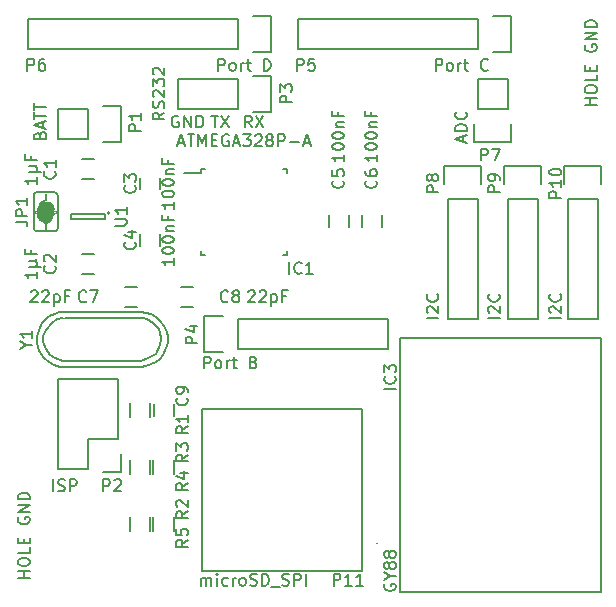
<source format=gbr>
G04 #@! TF.FileFunction,Legend,Top*
%FSLAX46Y46*%
G04 Gerber Fmt 4.6, Leading zero omitted, Abs format (unit mm)*
G04 Created by KiCad (PCBNEW 0.201508170901+6097~28~ubuntu14.04.1-product) date Sa 22 Aug 2015 10:06:58 CEST*
%MOMM*%
G01*
G04 APERTURE LIST*
%ADD10C,0.100000*%
%ADD11C,0.150000*%
%ADD12C,0.066040*%
%ADD13C,0.152400*%
%ADD14C,1.270000*%
%ADD15C,0.004445*%
%ADD16C,0.088900*%
G04 APERTURE END LIST*
D10*
D11*
X114038096Y-59500000D02*
X113942858Y-59452381D01*
X113800001Y-59452381D01*
X113657143Y-59500000D01*
X113561905Y-59595238D01*
X113514286Y-59690476D01*
X113466667Y-59880952D01*
X113466667Y-60023810D01*
X113514286Y-60214286D01*
X113561905Y-60309524D01*
X113657143Y-60404762D01*
X113800001Y-60452381D01*
X113895239Y-60452381D01*
X114038096Y-60404762D01*
X114085715Y-60357143D01*
X114085715Y-60023810D01*
X113895239Y-60023810D01*
X114514286Y-60452381D02*
X114514286Y-59452381D01*
X115085715Y-60452381D01*
X115085715Y-59452381D01*
X115561905Y-60452381D02*
X115561905Y-59452381D01*
X115800000Y-59452381D01*
X115942858Y-59500000D01*
X116038096Y-59595238D01*
X116085715Y-59690476D01*
X116133334Y-59880952D01*
X116133334Y-60023810D01*
X116085715Y-60214286D01*
X116038096Y-60309524D01*
X115942858Y-60404762D01*
X115800000Y-60452381D01*
X115561905Y-60452381D01*
X116838095Y-59452381D02*
X117409524Y-59452381D01*
X117123809Y-60452381D02*
X117123809Y-59452381D01*
X117647619Y-59452381D02*
X118314286Y-60452381D01*
X118314286Y-59452381D02*
X117647619Y-60452381D01*
X120233334Y-60452381D02*
X119900000Y-59976190D01*
X119661905Y-60452381D02*
X119661905Y-59452381D01*
X120042858Y-59452381D01*
X120138096Y-59500000D01*
X120185715Y-59547619D01*
X120233334Y-59642857D01*
X120233334Y-59785714D01*
X120185715Y-59880952D01*
X120138096Y-59928571D01*
X120042858Y-59976190D01*
X119661905Y-59976190D01*
X120566667Y-59452381D02*
X121233334Y-60452381D01*
X121233334Y-59452381D02*
X120566667Y-60452381D01*
X132790000Y-99760000D02*
X149790000Y-99760000D01*
X149790000Y-99760000D02*
X149790000Y-78260000D01*
X149790000Y-78260000D02*
X132790000Y-78260000D01*
X132790000Y-78260000D02*
X132790000Y-99760000D01*
X105900000Y-64850000D02*
X106900000Y-64850000D01*
X106900000Y-63150000D02*
X105900000Y-63150000D01*
X105900000Y-72850000D02*
X106900000Y-72850000D01*
X106900000Y-71150000D02*
X105900000Y-71150000D01*
X110750000Y-64700000D02*
X110750000Y-65700000D01*
X112450000Y-65700000D02*
X112450000Y-64700000D01*
X110750000Y-69500000D02*
X110750000Y-70500000D01*
X112450000Y-70500000D02*
X112450000Y-69500000D01*
X126750000Y-67900000D02*
X126750000Y-68900000D01*
X128450000Y-68900000D02*
X128450000Y-67900000D01*
X129550000Y-67900000D02*
X129550000Y-68900000D01*
X131250000Y-68900000D02*
X131250000Y-67900000D01*
X110500000Y-73950000D02*
X109500000Y-73950000D01*
X109500000Y-75650000D02*
X110500000Y-75650000D01*
X114300000Y-75650000D02*
X115300000Y-75650000D01*
X115300000Y-73950000D02*
X114300000Y-73950000D01*
X113650000Y-84900000D02*
X113650000Y-83900000D01*
X111950000Y-83900000D02*
X111950000Y-84900000D01*
X115975000Y-63975000D02*
X115975000Y-64300000D01*
X123225000Y-63975000D02*
X123225000Y-64300000D01*
X123225000Y-71225000D02*
X123225000Y-70900000D01*
X115975000Y-71225000D02*
X115975000Y-70900000D01*
X115975000Y-63975000D02*
X116300000Y-63975000D01*
X115975000Y-71225000D02*
X116300000Y-71225000D01*
X123225000Y-71225000D02*
X122900000Y-71225000D01*
X123225000Y-63975000D02*
X122900000Y-63975000D01*
X115975000Y-64300000D02*
X114550000Y-64300000D01*
D12*
X103714400Y-67676200D02*
X103714400Y-67523800D01*
X103714400Y-67523800D02*
X101885600Y-67523800D01*
X101885600Y-67676200D02*
X101885600Y-67523800D01*
X103714400Y-67676200D02*
X101885600Y-67676200D01*
D13*
X103816000Y-66203000D02*
X103816000Y-68997000D01*
X103562000Y-65949000D02*
X102038000Y-65949000D01*
X103562000Y-69251000D02*
X102038000Y-69251000D01*
X101784000Y-68997000D02*
X101784000Y-66203000D01*
X102800000Y-66584000D02*
X102800000Y-66076000D01*
X102800000Y-68616000D02*
X102800000Y-69124000D01*
X102038000Y-65949000D02*
G75*
G03X101784000Y-66203000I0J-254000D01*
G01*
X101784000Y-68997000D02*
G75*
G03X102038000Y-69251000I254000J0D01*
G01*
X103562000Y-69251000D02*
G75*
G03X103816000Y-68997000I0J254000D01*
G01*
X103816000Y-66203000D02*
G75*
G03X103562000Y-65949000I-254000J0D01*
G01*
D14*
X102673000Y-67854000D02*
G75*
G03X102927000Y-67854000I127000J0D01*
G01*
X102927000Y-67346000D02*
G75*
G03X102673000Y-67346000I-127000J0D01*
G01*
D11*
X106350000Y-61430000D02*
X103810000Y-61430000D01*
X109170000Y-61710000D02*
X107620000Y-61710000D01*
X106350000Y-61430000D02*
X106350000Y-58890000D01*
X107620000Y-58610000D02*
X109170000Y-58610000D01*
X109170000Y-58610000D02*
X109170000Y-61710000D01*
X106350000Y-58890000D02*
X103810000Y-58890000D01*
X103810000Y-58890000D02*
X103810000Y-61430000D01*
X108890000Y-86830000D02*
X108890000Y-81750000D01*
X109170000Y-89650000D02*
X107620000Y-89650000D01*
X106350000Y-89370000D02*
X106350000Y-86830000D01*
X106350000Y-86830000D02*
X108890000Y-86830000D01*
X108890000Y-81750000D02*
X103810000Y-81750000D01*
X103810000Y-81750000D02*
X103810000Y-86830000D01*
X109170000Y-89650000D02*
X109170000Y-88100000D01*
X103810000Y-89370000D02*
X106350000Y-89370000D01*
X103810000Y-86830000D02*
X103810000Y-89370000D01*
X119050000Y-56350000D02*
X113970000Y-56350000D01*
X113970000Y-56350000D02*
X113970000Y-58890000D01*
X113970000Y-58890000D02*
X119050000Y-58890000D01*
X121870000Y-59170000D02*
X120320000Y-59170000D01*
X119050000Y-58890000D02*
X119050000Y-56350000D01*
X120320000Y-56070000D02*
X121870000Y-56070000D01*
X121870000Y-56070000D02*
X121870000Y-59170000D01*
X139370000Y-53810000D02*
X124130000Y-53810000D01*
X124130000Y-53810000D02*
X124130000Y-51270000D01*
X124130000Y-51270000D02*
X139370000Y-51270000D01*
X142190000Y-54090000D02*
X140640000Y-54090000D01*
X139370000Y-53810000D02*
X139370000Y-51270000D01*
X140640000Y-50990000D02*
X142190000Y-50990000D01*
X142190000Y-50990000D02*
X142190000Y-54090000D01*
X119050000Y-53810000D02*
X101270000Y-53810000D01*
X101270000Y-53810000D02*
X101270000Y-51270000D01*
X101270000Y-51270000D02*
X119050000Y-51270000D01*
X121870000Y-54090000D02*
X120320000Y-54090000D01*
X119050000Y-53810000D02*
X119050000Y-51270000D01*
X120320000Y-50990000D02*
X121870000Y-50990000D01*
X121870000Y-50990000D02*
X121870000Y-54090000D01*
X139370000Y-58890000D02*
X139370000Y-56350000D01*
X139090000Y-61710000D02*
X139090000Y-60160000D01*
X139370000Y-58890000D02*
X141910000Y-58890000D01*
X142190000Y-60160000D02*
X142190000Y-61710000D01*
X142190000Y-61710000D02*
X139090000Y-61710000D01*
X141910000Y-58890000D02*
X141910000Y-56350000D01*
X141910000Y-56350000D02*
X139370000Y-56350000D01*
X136550000Y-65240000D02*
X136550000Y-63690000D01*
X136550000Y-63690000D02*
X139650000Y-63690000D01*
X139650000Y-63690000D02*
X139650000Y-65240000D01*
X139370000Y-66510000D02*
X139370000Y-76670000D01*
X139370000Y-76670000D02*
X136830000Y-76670000D01*
X136830000Y-76670000D02*
X136830000Y-66510000D01*
X139370000Y-66510000D02*
X136830000Y-66510000D01*
X141630000Y-65240000D02*
X141630000Y-63690000D01*
X141630000Y-63690000D02*
X144730000Y-63690000D01*
X144730000Y-63690000D02*
X144730000Y-65240000D01*
X144450000Y-66510000D02*
X144450000Y-76670000D01*
X144450000Y-76670000D02*
X141910000Y-76670000D01*
X141910000Y-76670000D02*
X141910000Y-66510000D01*
X144450000Y-66510000D02*
X141910000Y-66510000D01*
X146710000Y-65240000D02*
X146710000Y-63690000D01*
X146710000Y-63690000D02*
X149810000Y-63690000D01*
X149810000Y-63690000D02*
X149810000Y-65240000D01*
X149530000Y-66510000D02*
X149530000Y-76670000D01*
X149530000Y-76670000D02*
X146990000Y-76670000D01*
X146990000Y-76670000D02*
X146990000Y-66510000D01*
X149530000Y-66510000D02*
X146990000Y-66510000D01*
X116000000Y-98000000D02*
X129600000Y-98000000D01*
X116000000Y-98000000D02*
X116000000Y-84300000D01*
X116000000Y-84300000D02*
X129600000Y-84300000D01*
X129600000Y-84300000D02*
X129600000Y-98000000D01*
X111675000Y-83800000D02*
X111675000Y-85000000D01*
X109925000Y-85000000D02*
X109925000Y-83800000D01*
X111925000Y-94600000D02*
X111925000Y-93400000D01*
X113675000Y-93400000D02*
X113675000Y-94600000D01*
X111925000Y-89800000D02*
X111925000Y-88600000D01*
X113675000Y-88600000D02*
X113675000Y-89800000D01*
X109925000Y-89800000D02*
X109925000Y-88600000D01*
X111675000Y-88600000D02*
X111675000Y-89800000D01*
X109925000Y-94600000D02*
X109925000Y-93400000D01*
X111675000Y-93400000D02*
X111675000Y-94600000D01*
X108200000Y-67700000D02*
G75*
G03X108200000Y-67700000I-100000J0D01*
G01*
X107850000Y-68250000D02*
X107850000Y-67750000D01*
X104950000Y-68250000D02*
X107850000Y-68250000D01*
X104950000Y-67750000D02*
X104950000Y-68250000D01*
X107850000Y-67750000D02*
X104950000Y-67750000D01*
X112299000Y-77399240D02*
X112499660Y-77800560D01*
X112499660Y-77800560D02*
X112601260Y-78400000D01*
X112601260Y-78400000D02*
X112499660Y-78900380D01*
X112499660Y-78900380D02*
X112100880Y-79598880D01*
X112100880Y-79598880D02*
X111498900Y-80000200D01*
X111498900Y-80000200D02*
X110899460Y-80200860D01*
X110899460Y-80200860D02*
X104300540Y-80200860D01*
X104300540Y-80200860D02*
X103599500Y-80000200D01*
X103599500Y-80000200D02*
X103200720Y-79700480D01*
X103200720Y-79700480D02*
X102799400Y-79200100D01*
X102799400Y-79200100D02*
X102598740Y-78600660D01*
X102598740Y-78600660D02*
X102598740Y-78100280D01*
X102598740Y-78100280D02*
X102799400Y-77599900D01*
X102799400Y-77599900D02*
X103299780Y-77000460D01*
X103299780Y-77000460D02*
X103800160Y-76700740D01*
X103800160Y-76700740D02*
X104300540Y-76599140D01*
X104399600Y-76599140D02*
X111001060Y-76599140D01*
X111001060Y-76599140D02*
X111399840Y-76700740D01*
X111399840Y-76700740D02*
X111900220Y-77000460D01*
X111900220Y-77000460D02*
X112400600Y-77500840D01*
X104409760Y-76070820D02*
X103950020Y-76119080D01*
X103950020Y-76119080D02*
X103551240Y-76230840D01*
X103551240Y-76230840D02*
X103119440Y-76449280D01*
X103119440Y-76449280D02*
X102829880Y-76680420D01*
X102829880Y-76680420D02*
X102499680Y-77030940D01*
X102499680Y-77030940D02*
X102210120Y-77569420D01*
X102210120Y-77569420D02*
X102080580Y-78168860D01*
X102080580Y-78168860D02*
X102080580Y-78679400D01*
X102080580Y-78679400D02*
X102250760Y-79380440D01*
X102250760Y-79380440D02*
X102649540Y-79969720D01*
X102649540Y-79969720D02*
X103109280Y-80340560D01*
X103109280Y-80340560D02*
X103530920Y-80548840D01*
X103530920Y-80548840D02*
X103980500Y-80708860D01*
X103980500Y-80708860D02*
X104419920Y-80739340D01*
X111760520Y-80520900D02*
X112138980Y-80299920D01*
X112138980Y-80299920D02*
X112459020Y-80020520D01*
X112459020Y-80020520D02*
X112710480Y-79690320D01*
X112710480Y-79690320D02*
X113010200Y-79139140D01*
X113010200Y-79139140D02*
X113119420Y-78669240D01*
X113119420Y-78669240D02*
X113139740Y-78209500D01*
X113139740Y-78209500D02*
X113050840Y-77749760D01*
X113050840Y-77749760D02*
X112860340Y-77300180D01*
X112860340Y-77300180D02*
X112499660Y-76830280D01*
X112499660Y-76830280D02*
X112149140Y-76510240D01*
X112149140Y-76510240D02*
X111760520Y-76279100D01*
X111760520Y-76279100D02*
X111331260Y-76139400D01*
X111331260Y-76139400D02*
X110889300Y-76070820D01*
X104399600Y-80729180D02*
X110851200Y-80729180D01*
X110851200Y-80729180D02*
X111270300Y-80691080D01*
X111270300Y-80691080D02*
X111760520Y-80520900D01*
X104399600Y-76070820D02*
X110851200Y-76070820D01*
X119050000Y-76670000D02*
X131750000Y-76670000D01*
X131750000Y-76670000D02*
X131750000Y-79210000D01*
X131750000Y-79210000D02*
X119050000Y-79210000D01*
X116230000Y-76390000D02*
X117780000Y-76390000D01*
X119050000Y-76670000D02*
X119050000Y-79210000D01*
X117780000Y-79490000D02*
X116230000Y-79490000D01*
X116230000Y-79490000D02*
X116230000Y-76390000D01*
X132452381Y-82576190D02*
X131452381Y-82576190D01*
X132357143Y-81528571D02*
X132404762Y-81576190D01*
X132452381Y-81719047D01*
X132452381Y-81814285D01*
X132404762Y-81957143D01*
X132309524Y-82052381D01*
X132214286Y-82100000D01*
X132023810Y-82147619D01*
X131880952Y-82147619D01*
X131690476Y-82100000D01*
X131595238Y-82052381D01*
X131500000Y-81957143D01*
X131452381Y-81814285D01*
X131452381Y-81719047D01*
X131500000Y-81576190D01*
X131547619Y-81528571D01*
X131452381Y-81195238D02*
X131452381Y-80576190D01*
X131833333Y-80909524D01*
X131833333Y-80766666D01*
X131880952Y-80671428D01*
X131928571Y-80623809D01*
X132023810Y-80576190D01*
X132261905Y-80576190D01*
X132357143Y-80623809D01*
X132404762Y-80671428D01*
X132452381Y-80766666D01*
X132452381Y-81052381D01*
X132404762Y-81147619D01*
X132357143Y-81195238D01*
X131500000Y-99119047D02*
X131452381Y-99214285D01*
X131452381Y-99357142D01*
X131500000Y-99500000D01*
X131595238Y-99595238D01*
X131690476Y-99642857D01*
X131880952Y-99690476D01*
X132023810Y-99690476D01*
X132214286Y-99642857D01*
X132309524Y-99595238D01*
X132404762Y-99500000D01*
X132452381Y-99357142D01*
X132452381Y-99261904D01*
X132404762Y-99119047D01*
X132357143Y-99071428D01*
X132023810Y-99071428D01*
X132023810Y-99261904D01*
X131976190Y-98452381D02*
X132452381Y-98452381D01*
X131452381Y-98785714D02*
X131976190Y-98452381D01*
X131452381Y-98119047D01*
X131880952Y-97642857D02*
X131833333Y-97738095D01*
X131785714Y-97785714D01*
X131690476Y-97833333D01*
X131642857Y-97833333D01*
X131547619Y-97785714D01*
X131500000Y-97738095D01*
X131452381Y-97642857D01*
X131452381Y-97452380D01*
X131500000Y-97357142D01*
X131547619Y-97309523D01*
X131642857Y-97261904D01*
X131690476Y-97261904D01*
X131785714Y-97309523D01*
X131833333Y-97357142D01*
X131880952Y-97452380D01*
X131880952Y-97642857D01*
X131928571Y-97738095D01*
X131976190Y-97785714D01*
X132071429Y-97833333D01*
X132261905Y-97833333D01*
X132357143Y-97785714D01*
X132404762Y-97738095D01*
X132452381Y-97642857D01*
X132452381Y-97452380D01*
X132404762Y-97357142D01*
X132357143Y-97309523D01*
X132261905Y-97261904D01*
X132071429Y-97261904D01*
X131976190Y-97309523D01*
X131928571Y-97357142D01*
X131880952Y-97452380D01*
X131880952Y-96690476D02*
X131833333Y-96785714D01*
X131785714Y-96833333D01*
X131690476Y-96880952D01*
X131642857Y-96880952D01*
X131547619Y-96833333D01*
X131500000Y-96785714D01*
X131452381Y-96690476D01*
X131452381Y-96499999D01*
X131500000Y-96404761D01*
X131547619Y-96357142D01*
X131642857Y-96309523D01*
X131690476Y-96309523D01*
X131785714Y-96357142D01*
X131833333Y-96404761D01*
X131880952Y-96499999D01*
X131880952Y-96690476D01*
X131928571Y-96785714D01*
X131976190Y-96833333D01*
X132071429Y-96880952D01*
X132261905Y-96880952D01*
X132357143Y-96833333D01*
X132404762Y-96785714D01*
X132452381Y-96690476D01*
X132452381Y-96499999D01*
X132404762Y-96404761D01*
X132357143Y-96357142D01*
X132261905Y-96309523D01*
X132071429Y-96309523D01*
X131976190Y-96357142D01*
X131928571Y-96404761D01*
X131880952Y-96499999D01*
X103557143Y-64166666D02*
X103604762Y-64214285D01*
X103652381Y-64357142D01*
X103652381Y-64452380D01*
X103604762Y-64595238D01*
X103509524Y-64690476D01*
X103414286Y-64738095D01*
X103223810Y-64785714D01*
X103080952Y-64785714D01*
X102890476Y-64738095D01*
X102795238Y-64690476D01*
X102700000Y-64595238D01*
X102652381Y-64452380D01*
X102652381Y-64357142D01*
X102700000Y-64214285D01*
X102747619Y-64166666D01*
X103652381Y-63214285D02*
X103652381Y-63785714D01*
X103652381Y-63500000D02*
X102652381Y-63500000D01*
X102795238Y-63595238D01*
X102890476Y-63690476D01*
X102938095Y-63785714D01*
X102052381Y-64666666D02*
X102052381Y-65238095D01*
X102052381Y-64952381D02*
X101052381Y-64952381D01*
X101195238Y-65047619D01*
X101290476Y-65142857D01*
X101338095Y-65238095D01*
X101385714Y-64238095D02*
X102385714Y-64238095D01*
X101909524Y-63761904D02*
X102004762Y-63714285D01*
X102052381Y-63619047D01*
X101909524Y-64238095D02*
X102004762Y-64190476D01*
X102052381Y-64095238D01*
X102052381Y-63904761D01*
X102004762Y-63809523D01*
X101909524Y-63761904D01*
X101385714Y-63761904D01*
X101528571Y-62857142D02*
X101528571Y-63190476D01*
X102052381Y-63190476D02*
X101052381Y-63190476D01*
X101052381Y-62714285D01*
X103557143Y-72166666D02*
X103604762Y-72214285D01*
X103652381Y-72357142D01*
X103652381Y-72452380D01*
X103604762Y-72595238D01*
X103509524Y-72690476D01*
X103414286Y-72738095D01*
X103223810Y-72785714D01*
X103080952Y-72785714D01*
X102890476Y-72738095D01*
X102795238Y-72690476D01*
X102700000Y-72595238D01*
X102652381Y-72452380D01*
X102652381Y-72357142D01*
X102700000Y-72214285D01*
X102747619Y-72166666D01*
X102747619Y-71785714D02*
X102700000Y-71738095D01*
X102652381Y-71642857D01*
X102652381Y-71404761D01*
X102700000Y-71309523D01*
X102747619Y-71261904D01*
X102842857Y-71214285D01*
X102938095Y-71214285D01*
X103080952Y-71261904D01*
X103652381Y-71833333D01*
X103652381Y-71214285D01*
X102052381Y-72666666D02*
X102052381Y-73238095D01*
X102052381Y-72952381D02*
X101052381Y-72952381D01*
X101195238Y-73047619D01*
X101290476Y-73142857D01*
X101338095Y-73238095D01*
X101385714Y-72238095D02*
X102385714Y-72238095D01*
X101909524Y-71761904D02*
X102004762Y-71714285D01*
X102052381Y-71619047D01*
X101909524Y-72238095D02*
X102004762Y-72190476D01*
X102052381Y-72095238D01*
X102052381Y-71904761D01*
X102004762Y-71809523D01*
X101909524Y-71761904D01*
X101385714Y-71761904D01*
X101528571Y-70857142D02*
X101528571Y-71190476D01*
X102052381Y-71190476D02*
X101052381Y-71190476D01*
X101052381Y-70714285D01*
X110357143Y-65366666D02*
X110404762Y-65414285D01*
X110452381Y-65557142D01*
X110452381Y-65652380D01*
X110404762Y-65795238D01*
X110309524Y-65890476D01*
X110214286Y-65938095D01*
X110023810Y-65985714D01*
X109880952Y-65985714D01*
X109690476Y-65938095D01*
X109595238Y-65890476D01*
X109500000Y-65795238D01*
X109452381Y-65652380D01*
X109452381Y-65557142D01*
X109500000Y-65414285D01*
X109547619Y-65366666D01*
X109452381Y-65033333D02*
X109452381Y-64414285D01*
X109833333Y-64747619D01*
X109833333Y-64604761D01*
X109880952Y-64509523D01*
X109928571Y-64461904D01*
X110023810Y-64414285D01*
X110261905Y-64414285D01*
X110357143Y-64461904D01*
X110404762Y-64509523D01*
X110452381Y-64604761D01*
X110452381Y-64890476D01*
X110404762Y-64985714D01*
X110357143Y-65033333D01*
X113652381Y-66747619D02*
X113652381Y-67319048D01*
X113652381Y-67033334D02*
X112652381Y-67033334D01*
X112795238Y-67128572D01*
X112890476Y-67223810D01*
X112938095Y-67319048D01*
X112652381Y-66128572D02*
X112652381Y-66033333D01*
X112700000Y-65938095D01*
X112747619Y-65890476D01*
X112842857Y-65842857D01*
X113033333Y-65795238D01*
X113271429Y-65795238D01*
X113461905Y-65842857D01*
X113557143Y-65890476D01*
X113604762Y-65938095D01*
X113652381Y-66033333D01*
X113652381Y-66128572D01*
X113604762Y-66223810D01*
X113557143Y-66271429D01*
X113461905Y-66319048D01*
X113271429Y-66366667D01*
X113033333Y-66366667D01*
X112842857Y-66319048D01*
X112747619Y-66271429D01*
X112700000Y-66223810D01*
X112652381Y-66128572D01*
X112652381Y-65176191D02*
X112652381Y-65080952D01*
X112700000Y-64985714D01*
X112747619Y-64938095D01*
X112842857Y-64890476D01*
X113033333Y-64842857D01*
X113271429Y-64842857D01*
X113461905Y-64890476D01*
X113557143Y-64938095D01*
X113604762Y-64985714D01*
X113652381Y-65080952D01*
X113652381Y-65176191D01*
X113604762Y-65271429D01*
X113557143Y-65319048D01*
X113461905Y-65366667D01*
X113271429Y-65414286D01*
X113033333Y-65414286D01*
X112842857Y-65366667D01*
X112747619Y-65319048D01*
X112700000Y-65271429D01*
X112652381Y-65176191D01*
X112985714Y-64414286D02*
X113652381Y-64414286D01*
X113080952Y-64414286D02*
X113033333Y-64366667D01*
X112985714Y-64271429D01*
X112985714Y-64128571D01*
X113033333Y-64033333D01*
X113128571Y-63985714D01*
X113652381Y-63985714D01*
X113128571Y-63176190D02*
X113128571Y-63509524D01*
X113652381Y-63509524D02*
X112652381Y-63509524D01*
X112652381Y-63033333D01*
X110357143Y-70166666D02*
X110404762Y-70214285D01*
X110452381Y-70357142D01*
X110452381Y-70452380D01*
X110404762Y-70595238D01*
X110309524Y-70690476D01*
X110214286Y-70738095D01*
X110023810Y-70785714D01*
X109880952Y-70785714D01*
X109690476Y-70738095D01*
X109595238Y-70690476D01*
X109500000Y-70595238D01*
X109452381Y-70452380D01*
X109452381Y-70357142D01*
X109500000Y-70214285D01*
X109547619Y-70166666D01*
X109785714Y-69309523D02*
X110452381Y-69309523D01*
X109404762Y-69547619D02*
X110119048Y-69785714D01*
X110119048Y-69166666D01*
X113652381Y-71547619D02*
X113652381Y-72119048D01*
X113652381Y-71833334D02*
X112652381Y-71833334D01*
X112795238Y-71928572D01*
X112890476Y-72023810D01*
X112938095Y-72119048D01*
X112652381Y-70928572D02*
X112652381Y-70833333D01*
X112700000Y-70738095D01*
X112747619Y-70690476D01*
X112842857Y-70642857D01*
X113033333Y-70595238D01*
X113271429Y-70595238D01*
X113461905Y-70642857D01*
X113557143Y-70690476D01*
X113604762Y-70738095D01*
X113652381Y-70833333D01*
X113652381Y-70928572D01*
X113604762Y-71023810D01*
X113557143Y-71071429D01*
X113461905Y-71119048D01*
X113271429Y-71166667D01*
X113033333Y-71166667D01*
X112842857Y-71119048D01*
X112747619Y-71071429D01*
X112700000Y-71023810D01*
X112652381Y-70928572D01*
X112652381Y-69976191D02*
X112652381Y-69880952D01*
X112700000Y-69785714D01*
X112747619Y-69738095D01*
X112842857Y-69690476D01*
X113033333Y-69642857D01*
X113271429Y-69642857D01*
X113461905Y-69690476D01*
X113557143Y-69738095D01*
X113604762Y-69785714D01*
X113652381Y-69880952D01*
X113652381Y-69976191D01*
X113604762Y-70071429D01*
X113557143Y-70119048D01*
X113461905Y-70166667D01*
X113271429Y-70214286D01*
X113033333Y-70214286D01*
X112842857Y-70166667D01*
X112747619Y-70119048D01*
X112700000Y-70071429D01*
X112652381Y-69976191D01*
X112985714Y-69214286D02*
X113652381Y-69214286D01*
X113080952Y-69214286D02*
X113033333Y-69166667D01*
X112985714Y-69071429D01*
X112985714Y-68928571D01*
X113033333Y-68833333D01*
X113128571Y-68785714D01*
X113652381Y-68785714D01*
X113128571Y-67976190D02*
X113128571Y-68309524D01*
X113652381Y-68309524D02*
X112652381Y-68309524D01*
X112652381Y-67833333D01*
X127957143Y-64966666D02*
X128004762Y-65014285D01*
X128052381Y-65157142D01*
X128052381Y-65252380D01*
X128004762Y-65395238D01*
X127909524Y-65490476D01*
X127814286Y-65538095D01*
X127623810Y-65585714D01*
X127480952Y-65585714D01*
X127290476Y-65538095D01*
X127195238Y-65490476D01*
X127100000Y-65395238D01*
X127052381Y-65252380D01*
X127052381Y-65157142D01*
X127100000Y-65014285D01*
X127147619Y-64966666D01*
X127052381Y-64061904D02*
X127052381Y-64538095D01*
X127528571Y-64585714D01*
X127480952Y-64538095D01*
X127433333Y-64442857D01*
X127433333Y-64204761D01*
X127480952Y-64109523D01*
X127528571Y-64061904D01*
X127623810Y-64014285D01*
X127861905Y-64014285D01*
X127957143Y-64061904D01*
X128004762Y-64109523D01*
X128052381Y-64204761D01*
X128052381Y-64442857D01*
X128004762Y-64538095D01*
X127957143Y-64585714D01*
X128052381Y-62747619D02*
X128052381Y-63319048D01*
X128052381Y-63033334D02*
X127052381Y-63033334D01*
X127195238Y-63128572D01*
X127290476Y-63223810D01*
X127338095Y-63319048D01*
X127052381Y-62128572D02*
X127052381Y-62033333D01*
X127100000Y-61938095D01*
X127147619Y-61890476D01*
X127242857Y-61842857D01*
X127433333Y-61795238D01*
X127671429Y-61795238D01*
X127861905Y-61842857D01*
X127957143Y-61890476D01*
X128004762Y-61938095D01*
X128052381Y-62033333D01*
X128052381Y-62128572D01*
X128004762Y-62223810D01*
X127957143Y-62271429D01*
X127861905Y-62319048D01*
X127671429Y-62366667D01*
X127433333Y-62366667D01*
X127242857Y-62319048D01*
X127147619Y-62271429D01*
X127100000Y-62223810D01*
X127052381Y-62128572D01*
X127052381Y-61176191D02*
X127052381Y-61080952D01*
X127100000Y-60985714D01*
X127147619Y-60938095D01*
X127242857Y-60890476D01*
X127433333Y-60842857D01*
X127671429Y-60842857D01*
X127861905Y-60890476D01*
X127957143Y-60938095D01*
X128004762Y-60985714D01*
X128052381Y-61080952D01*
X128052381Y-61176191D01*
X128004762Y-61271429D01*
X127957143Y-61319048D01*
X127861905Y-61366667D01*
X127671429Y-61414286D01*
X127433333Y-61414286D01*
X127242857Y-61366667D01*
X127147619Y-61319048D01*
X127100000Y-61271429D01*
X127052381Y-61176191D01*
X127385714Y-60414286D02*
X128052381Y-60414286D01*
X127480952Y-60414286D02*
X127433333Y-60366667D01*
X127385714Y-60271429D01*
X127385714Y-60128571D01*
X127433333Y-60033333D01*
X127528571Y-59985714D01*
X128052381Y-59985714D01*
X127528571Y-59176190D02*
X127528571Y-59509524D01*
X128052381Y-59509524D02*
X127052381Y-59509524D01*
X127052381Y-59033333D01*
X130757143Y-64966666D02*
X130804762Y-65014285D01*
X130852381Y-65157142D01*
X130852381Y-65252380D01*
X130804762Y-65395238D01*
X130709524Y-65490476D01*
X130614286Y-65538095D01*
X130423810Y-65585714D01*
X130280952Y-65585714D01*
X130090476Y-65538095D01*
X129995238Y-65490476D01*
X129900000Y-65395238D01*
X129852381Y-65252380D01*
X129852381Y-65157142D01*
X129900000Y-65014285D01*
X129947619Y-64966666D01*
X129852381Y-64109523D02*
X129852381Y-64300000D01*
X129900000Y-64395238D01*
X129947619Y-64442857D01*
X130090476Y-64538095D01*
X130280952Y-64585714D01*
X130661905Y-64585714D01*
X130757143Y-64538095D01*
X130804762Y-64490476D01*
X130852381Y-64395238D01*
X130852381Y-64204761D01*
X130804762Y-64109523D01*
X130757143Y-64061904D01*
X130661905Y-64014285D01*
X130423810Y-64014285D01*
X130328571Y-64061904D01*
X130280952Y-64109523D01*
X130233333Y-64204761D01*
X130233333Y-64395238D01*
X130280952Y-64490476D01*
X130328571Y-64538095D01*
X130423810Y-64585714D01*
X130852381Y-62747619D02*
X130852381Y-63319048D01*
X130852381Y-63033334D02*
X129852381Y-63033334D01*
X129995238Y-63128572D01*
X130090476Y-63223810D01*
X130138095Y-63319048D01*
X129852381Y-62128572D02*
X129852381Y-62033333D01*
X129900000Y-61938095D01*
X129947619Y-61890476D01*
X130042857Y-61842857D01*
X130233333Y-61795238D01*
X130471429Y-61795238D01*
X130661905Y-61842857D01*
X130757143Y-61890476D01*
X130804762Y-61938095D01*
X130852381Y-62033333D01*
X130852381Y-62128572D01*
X130804762Y-62223810D01*
X130757143Y-62271429D01*
X130661905Y-62319048D01*
X130471429Y-62366667D01*
X130233333Y-62366667D01*
X130042857Y-62319048D01*
X129947619Y-62271429D01*
X129900000Y-62223810D01*
X129852381Y-62128572D01*
X129852381Y-61176191D02*
X129852381Y-61080952D01*
X129900000Y-60985714D01*
X129947619Y-60938095D01*
X130042857Y-60890476D01*
X130233333Y-60842857D01*
X130471429Y-60842857D01*
X130661905Y-60890476D01*
X130757143Y-60938095D01*
X130804762Y-60985714D01*
X130852381Y-61080952D01*
X130852381Y-61176191D01*
X130804762Y-61271429D01*
X130757143Y-61319048D01*
X130661905Y-61366667D01*
X130471429Y-61414286D01*
X130233333Y-61414286D01*
X130042857Y-61366667D01*
X129947619Y-61319048D01*
X129900000Y-61271429D01*
X129852381Y-61176191D01*
X130185714Y-60414286D02*
X130852381Y-60414286D01*
X130280952Y-60414286D02*
X130233333Y-60366667D01*
X130185714Y-60271429D01*
X130185714Y-60128571D01*
X130233333Y-60033333D01*
X130328571Y-59985714D01*
X130852381Y-59985714D01*
X130328571Y-59176190D02*
X130328571Y-59509524D01*
X130852381Y-59509524D02*
X129852381Y-59509524D01*
X129852381Y-59033333D01*
X106233334Y-75157143D02*
X106185715Y-75204762D01*
X106042858Y-75252381D01*
X105947620Y-75252381D01*
X105804762Y-75204762D01*
X105709524Y-75109524D01*
X105661905Y-75014286D01*
X105614286Y-74823810D01*
X105614286Y-74680952D01*
X105661905Y-74490476D01*
X105709524Y-74395238D01*
X105804762Y-74300000D01*
X105947620Y-74252381D01*
X106042858Y-74252381D01*
X106185715Y-74300000D01*
X106233334Y-74347619D01*
X106566667Y-74252381D02*
X107233334Y-74252381D01*
X106804762Y-75252381D01*
X101557143Y-74347619D02*
X101604762Y-74300000D01*
X101700000Y-74252381D01*
X101938096Y-74252381D01*
X102033334Y-74300000D01*
X102080953Y-74347619D01*
X102128572Y-74442857D01*
X102128572Y-74538095D01*
X102080953Y-74680952D01*
X101509524Y-75252381D01*
X102128572Y-75252381D01*
X102509524Y-74347619D02*
X102557143Y-74300000D01*
X102652381Y-74252381D01*
X102890477Y-74252381D01*
X102985715Y-74300000D01*
X103033334Y-74347619D01*
X103080953Y-74442857D01*
X103080953Y-74538095D01*
X103033334Y-74680952D01*
X102461905Y-75252381D01*
X103080953Y-75252381D01*
X103509524Y-74585714D02*
X103509524Y-75585714D01*
X103509524Y-74633333D02*
X103604762Y-74585714D01*
X103795239Y-74585714D01*
X103890477Y-74633333D01*
X103938096Y-74680952D01*
X103985715Y-74776190D01*
X103985715Y-75061905D01*
X103938096Y-75157143D01*
X103890477Y-75204762D01*
X103795239Y-75252381D01*
X103604762Y-75252381D01*
X103509524Y-75204762D01*
X104747620Y-74728571D02*
X104414286Y-74728571D01*
X104414286Y-75252381D02*
X104414286Y-74252381D01*
X104890477Y-74252381D01*
X118233334Y-75157143D02*
X118185715Y-75204762D01*
X118042858Y-75252381D01*
X117947620Y-75252381D01*
X117804762Y-75204762D01*
X117709524Y-75109524D01*
X117661905Y-75014286D01*
X117614286Y-74823810D01*
X117614286Y-74680952D01*
X117661905Y-74490476D01*
X117709524Y-74395238D01*
X117804762Y-74300000D01*
X117947620Y-74252381D01*
X118042858Y-74252381D01*
X118185715Y-74300000D01*
X118233334Y-74347619D01*
X118804762Y-74680952D02*
X118709524Y-74633333D01*
X118661905Y-74585714D01*
X118614286Y-74490476D01*
X118614286Y-74442857D01*
X118661905Y-74347619D01*
X118709524Y-74300000D01*
X118804762Y-74252381D01*
X118995239Y-74252381D01*
X119090477Y-74300000D01*
X119138096Y-74347619D01*
X119185715Y-74442857D01*
X119185715Y-74490476D01*
X119138096Y-74585714D01*
X119090477Y-74633333D01*
X118995239Y-74680952D01*
X118804762Y-74680952D01*
X118709524Y-74728571D01*
X118661905Y-74776190D01*
X118614286Y-74871429D01*
X118614286Y-75061905D01*
X118661905Y-75157143D01*
X118709524Y-75204762D01*
X118804762Y-75252381D01*
X118995239Y-75252381D01*
X119090477Y-75204762D01*
X119138096Y-75157143D01*
X119185715Y-75061905D01*
X119185715Y-74871429D01*
X119138096Y-74776190D01*
X119090477Y-74728571D01*
X118995239Y-74680952D01*
X119957143Y-74347619D02*
X120004762Y-74300000D01*
X120100000Y-74252381D01*
X120338096Y-74252381D01*
X120433334Y-74300000D01*
X120480953Y-74347619D01*
X120528572Y-74442857D01*
X120528572Y-74538095D01*
X120480953Y-74680952D01*
X119909524Y-75252381D01*
X120528572Y-75252381D01*
X120909524Y-74347619D02*
X120957143Y-74300000D01*
X121052381Y-74252381D01*
X121290477Y-74252381D01*
X121385715Y-74300000D01*
X121433334Y-74347619D01*
X121480953Y-74442857D01*
X121480953Y-74538095D01*
X121433334Y-74680952D01*
X120861905Y-75252381D01*
X121480953Y-75252381D01*
X121909524Y-74585714D02*
X121909524Y-75585714D01*
X121909524Y-74633333D02*
X122004762Y-74585714D01*
X122195239Y-74585714D01*
X122290477Y-74633333D01*
X122338096Y-74680952D01*
X122385715Y-74776190D01*
X122385715Y-75061905D01*
X122338096Y-75157143D01*
X122290477Y-75204762D01*
X122195239Y-75252381D01*
X122004762Y-75252381D01*
X121909524Y-75204762D01*
X123147620Y-74728571D02*
X122814286Y-74728571D01*
X122814286Y-75252381D02*
X122814286Y-74252381D01*
X123290477Y-74252381D01*
X114757143Y-83366666D02*
X114804762Y-83414285D01*
X114852381Y-83557142D01*
X114852381Y-83652380D01*
X114804762Y-83795238D01*
X114709524Y-83890476D01*
X114614286Y-83938095D01*
X114423810Y-83985714D01*
X114280952Y-83985714D01*
X114090476Y-83938095D01*
X113995238Y-83890476D01*
X113900000Y-83795238D01*
X113852381Y-83652380D01*
X113852381Y-83557142D01*
X113900000Y-83414285D01*
X113947619Y-83366666D01*
X114852381Y-82890476D02*
X114852381Y-82700000D01*
X114804762Y-82604761D01*
X114757143Y-82557142D01*
X114614286Y-82461904D01*
X114423810Y-82414285D01*
X114042857Y-82414285D01*
X113947619Y-82461904D01*
X113900000Y-82509523D01*
X113852381Y-82604761D01*
X113852381Y-82795238D01*
X113900000Y-82890476D01*
X113947619Y-82938095D01*
X114042857Y-82985714D01*
X114280952Y-82985714D01*
X114376190Y-82938095D01*
X114423810Y-82890476D01*
X114471429Y-82795238D01*
X114471429Y-82604761D01*
X114423810Y-82509523D01*
X114376190Y-82461904D01*
X114280952Y-82414285D01*
X123423810Y-72852381D02*
X123423810Y-71852381D01*
X124471429Y-72757143D02*
X124423810Y-72804762D01*
X124280953Y-72852381D01*
X124185715Y-72852381D01*
X124042857Y-72804762D01*
X123947619Y-72709524D01*
X123900000Y-72614286D01*
X123852381Y-72423810D01*
X123852381Y-72280952D01*
X123900000Y-72090476D01*
X123947619Y-71995238D01*
X124042857Y-71900000D01*
X124185715Y-71852381D01*
X124280953Y-71852381D01*
X124423810Y-71900000D01*
X124471429Y-71947619D01*
X125423810Y-72852381D02*
X124852381Y-72852381D01*
X125138095Y-72852381D02*
X125138095Y-71852381D01*
X125042857Y-71995238D01*
X124947619Y-72090476D01*
X124852381Y-72138095D01*
X114052381Y-61766667D02*
X114528572Y-61766667D01*
X113957143Y-62052381D02*
X114290476Y-61052381D01*
X114623810Y-62052381D01*
X114814286Y-61052381D02*
X115385715Y-61052381D01*
X115100000Y-62052381D02*
X115100000Y-61052381D01*
X115719048Y-62052381D02*
X115719048Y-61052381D01*
X116052382Y-61766667D01*
X116385715Y-61052381D01*
X116385715Y-62052381D01*
X116861905Y-61528571D02*
X117195239Y-61528571D01*
X117338096Y-62052381D02*
X116861905Y-62052381D01*
X116861905Y-61052381D01*
X117338096Y-61052381D01*
X118290477Y-61100000D02*
X118195239Y-61052381D01*
X118052382Y-61052381D01*
X117909524Y-61100000D01*
X117814286Y-61195238D01*
X117766667Y-61290476D01*
X117719048Y-61480952D01*
X117719048Y-61623810D01*
X117766667Y-61814286D01*
X117814286Y-61909524D01*
X117909524Y-62004762D01*
X118052382Y-62052381D01*
X118147620Y-62052381D01*
X118290477Y-62004762D01*
X118338096Y-61957143D01*
X118338096Y-61623810D01*
X118147620Y-61623810D01*
X118719048Y-61766667D02*
X119195239Y-61766667D01*
X118623810Y-62052381D02*
X118957143Y-61052381D01*
X119290477Y-62052381D01*
X119528572Y-61052381D02*
X120147620Y-61052381D01*
X119814286Y-61433333D01*
X119957144Y-61433333D01*
X120052382Y-61480952D01*
X120100001Y-61528571D01*
X120147620Y-61623810D01*
X120147620Y-61861905D01*
X120100001Y-61957143D01*
X120052382Y-62004762D01*
X119957144Y-62052381D01*
X119671429Y-62052381D01*
X119576191Y-62004762D01*
X119528572Y-61957143D01*
X120528572Y-61147619D02*
X120576191Y-61100000D01*
X120671429Y-61052381D01*
X120909525Y-61052381D01*
X121004763Y-61100000D01*
X121052382Y-61147619D01*
X121100001Y-61242857D01*
X121100001Y-61338095D01*
X121052382Y-61480952D01*
X120480953Y-62052381D01*
X121100001Y-62052381D01*
X121671429Y-61480952D02*
X121576191Y-61433333D01*
X121528572Y-61385714D01*
X121480953Y-61290476D01*
X121480953Y-61242857D01*
X121528572Y-61147619D01*
X121576191Y-61100000D01*
X121671429Y-61052381D01*
X121861906Y-61052381D01*
X121957144Y-61100000D01*
X122004763Y-61147619D01*
X122052382Y-61242857D01*
X122052382Y-61290476D01*
X122004763Y-61385714D01*
X121957144Y-61433333D01*
X121861906Y-61480952D01*
X121671429Y-61480952D01*
X121576191Y-61528571D01*
X121528572Y-61576190D01*
X121480953Y-61671429D01*
X121480953Y-61861905D01*
X121528572Y-61957143D01*
X121576191Y-62004762D01*
X121671429Y-62052381D01*
X121861906Y-62052381D01*
X121957144Y-62004762D01*
X122004763Y-61957143D01*
X122052382Y-61861905D01*
X122052382Y-61671429D01*
X122004763Y-61576190D01*
X121957144Y-61528571D01*
X121861906Y-61480952D01*
X122480953Y-62052381D02*
X122480953Y-61052381D01*
X122861906Y-61052381D01*
X122957144Y-61100000D01*
X123004763Y-61147619D01*
X123052382Y-61242857D01*
X123052382Y-61385714D01*
X123004763Y-61480952D01*
X122957144Y-61528571D01*
X122861906Y-61576190D01*
X122480953Y-61576190D01*
X123480953Y-61671429D02*
X124242858Y-61671429D01*
X124671429Y-61766667D02*
X125147620Y-61766667D01*
X124576191Y-62052381D02*
X124909524Y-61052381D01*
X125242858Y-62052381D01*
X100252381Y-68433333D02*
X100966667Y-68433333D01*
X101109524Y-68480953D01*
X101204762Y-68576191D01*
X101252381Y-68719048D01*
X101252381Y-68814286D01*
X101252381Y-67957143D02*
X100252381Y-67957143D01*
X100252381Y-67576190D01*
X100300000Y-67480952D01*
X100347619Y-67433333D01*
X100442857Y-67385714D01*
X100585714Y-67385714D01*
X100680952Y-67433333D01*
X100728571Y-67480952D01*
X100776190Y-67576190D01*
X100776190Y-67957143D01*
X101252381Y-66433333D02*
X101252381Y-67004762D01*
X101252381Y-66719048D02*
X100252381Y-66719048D01*
X100395238Y-66814286D01*
X100490476Y-66909524D01*
X100538095Y-67004762D01*
D15*
X130798730Y-95665193D02*
X130797883Y-95666887D01*
X130797883Y-95669427D01*
X130798730Y-95671967D01*
X130800423Y-95673660D01*
X130802117Y-95674507D01*
X130805503Y-95675353D01*
X130808043Y-95675353D01*
X130811430Y-95674507D01*
X130813123Y-95673660D01*
X130814817Y-95671967D01*
X130815663Y-95669427D01*
X130815663Y-95667733D01*
X130814817Y-95665193D01*
X130813970Y-95664347D01*
X130808043Y-95664347D01*
X130808043Y-95667733D01*
X130817357Y-95660960D02*
X130817357Y-95647413D01*
X130810583Y-95644026D02*
X130810583Y-95635560D01*
X130815663Y-95645720D02*
X130797883Y-95639793D01*
X130815663Y-95633866D01*
X130815663Y-95627940D02*
X130797883Y-95627940D01*
X130797883Y-95623706D01*
X130798730Y-95621166D01*
X130800423Y-95619473D01*
X130802117Y-95618626D01*
X130805503Y-95617780D01*
X130808043Y-95617780D01*
X130811430Y-95618626D01*
X130813123Y-95619473D01*
X130814817Y-95621166D01*
X130815663Y-95623706D01*
X130815663Y-95627940D01*
X130797883Y-95606773D02*
X130797883Y-95605080D01*
X130798730Y-95603386D01*
X130799577Y-95602540D01*
X130801270Y-95601693D01*
X130804657Y-95600846D01*
X130808890Y-95600846D01*
X130812277Y-95601693D01*
X130813970Y-95602540D01*
X130814817Y-95603386D01*
X130815663Y-95605080D01*
X130815663Y-95606773D01*
X130814817Y-95608466D01*
X130813970Y-95609313D01*
X130812277Y-95610160D01*
X130808890Y-95611006D01*
X130804657Y-95611006D01*
X130801270Y-95610160D01*
X130799577Y-95609313D01*
X130798730Y-95608466D01*
X130797883Y-95606773D01*
D16*
D11*
X110852381Y-60738095D02*
X109852381Y-60738095D01*
X109852381Y-60357142D01*
X109900000Y-60261904D01*
X109947619Y-60214285D01*
X110042857Y-60166666D01*
X110185714Y-60166666D01*
X110280952Y-60214285D01*
X110328571Y-60261904D01*
X110376190Y-60357142D01*
X110376190Y-60738095D01*
X110852381Y-59214285D02*
X110852381Y-59785714D01*
X110852381Y-59500000D02*
X109852381Y-59500000D01*
X109995238Y-59595238D01*
X110090476Y-59690476D01*
X110138095Y-59785714D01*
X102328571Y-61119047D02*
X102376190Y-60976190D01*
X102423810Y-60928571D01*
X102519048Y-60880952D01*
X102661905Y-60880952D01*
X102757143Y-60928571D01*
X102804762Y-60976190D01*
X102852381Y-61071428D01*
X102852381Y-61452381D01*
X101852381Y-61452381D01*
X101852381Y-61119047D01*
X101900000Y-61023809D01*
X101947619Y-60976190D01*
X102042857Y-60928571D01*
X102138095Y-60928571D01*
X102233333Y-60976190D01*
X102280952Y-61023809D01*
X102328571Y-61119047D01*
X102328571Y-61452381D01*
X102566667Y-60500000D02*
X102566667Y-60023809D01*
X102852381Y-60595238D02*
X101852381Y-60261905D01*
X102852381Y-59928571D01*
X101852381Y-59738095D02*
X101852381Y-59166666D01*
X102852381Y-59452381D02*
X101852381Y-59452381D01*
X101852381Y-58976190D02*
X101852381Y-58404761D01*
X102852381Y-58690476D02*
X101852381Y-58690476D01*
X107661905Y-91252381D02*
X107661905Y-90252381D01*
X108042858Y-90252381D01*
X108138096Y-90300000D01*
X108185715Y-90347619D01*
X108233334Y-90442857D01*
X108233334Y-90585714D01*
X108185715Y-90680952D01*
X108138096Y-90728571D01*
X108042858Y-90776190D01*
X107661905Y-90776190D01*
X108614286Y-90347619D02*
X108661905Y-90300000D01*
X108757143Y-90252381D01*
X108995239Y-90252381D01*
X109090477Y-90300000D01*
X109138096Y-90347619D01*
X109185715Y-90442857D01*
X109185715Y-90538095D01*
X109138096Y-90680952D01*
X108566667Y-91252381D01*
X109185715Y-91252381D01*
X103423810Y-91252381D02*
X103423810Y-90252381D01*
X103852381Y-91204762D02*
X103995238Y-91252381D01*
X104233334Y-91252381D01*
X104328572Y-91204762D01*
X104376191Y-91157143D01*
X104423810Y-91061905D01*
X104423810Y-90966667D01*
X104376191Y-90871429D01*
X104328572Y-90823810D01*
X104233334Y-90776190D01*
X104042857Y-90728571D01*
X103947619Y-90680952D01*
X103900000Y-90633333D01*
X103852381Y-90538095D01*
X103852381Y-90442857D01*
X103900000Y-90347619D01*
X103947619Y-90300000D01*
X104042857Y-90252381D01*
X104280953Y-90252381D01*
X104423810Y-90300000D01*
X104852381Y-91252381D02*
X104852381Y-90252381D01*
X105233334Y-90252381D01*
X105328572Y-90300000D01*
X105376191Y-90347619D01*
X105423810Y-90442857D01*
X105423810Y-90585714D01*
X105376191Y-90680952D01*
X105328572Y-90728571D01*
X105233334Y-90776190D01*
X104852381Y-90776190D01*
X123652381Y-58338095D02*
X122652381Y-58338095D01*
X122652381Y-57957142D01*
X122700000Y-57861904D01*
X122747619Y-57814285D01*
X122842857Y-57766666D01*
X122985714Y-57766666D01*
X123080952Y-57814285D01*
X123128571Y-57861904D01*
X123176190Y-57957142D01*
X123176190Y-58338095D01*
X122652381Y-57433333D02*
X122652381Y-56814285D01*
X123033333Y-57147619D01*
X123033333Y-57004761D01*
X123080952Y-56909523D01*
X123128571Y-56861904D01*
X123223810Y-56814285D01*
X123461905Y-56814285D01*
X123557143Y-56861904D01*
X123604762Y-56909523D01*
X123652381Y-57004761D01*
X123652381Y-57290476D01*
X123604762Y-57385714D01*
X123557143Y-57433333D01*
X112852381Y-59195238D02*
X112376190Y-59528572D01*
X112852381Y-59766667D02*
X111852381Y-59766667D01*
X111852381Y-59385714D01*
X111900000Y-59290476D01*
X111947619Y-59242857D01*
X112042857Y-59195238D01*
X112185714Y-59195238D01*
X112280952Y-59242857D01*
X112328571Y-59290476D01*
X112376190Y-59385714D01*
X112376190Y-59766667D01*
X112804762Y-58814286D02*
X112852381Y-58671429D01*
X112852381Y-58433333D01*
X112804762Y-58338095D01*
X112757143Y-58290476D01*
X112661905Y-58242857D01*
X112566667Y-58242857D01*
X112471429Y-58290476D01*
X112423810Y-58338095D01*
X112376190Y-58433333D01*
X112328571Y-58623810D01*
X112280952Y-58719048D01*
X112233333Y-58766667D01*
X112138095Y-58814286D01*
X112042857Y-58814286D01*
X111947619Y-58766667D01*
X111900000Y-58719048D01*
X111852381Y-58623810D01*
X111852381Y-58385714D01*
X111900000Y-58242857D01*
X111947619Y-57861905D02*
X111900000Y-57814286D01*
X111852381Y-57719048D01*
X111852381Y-57480952D01*
X111900000Y-57385714D01*
X111947619Y-57338095D01*
X112042857Y-57290476D01*
X112138095Y-57290476D01*
X112280952Y-57338095D01*
X112852381Y-57909524D01*
X112852381Y-57290476D01*
X111852381Y-56957143D02*
X111852381Y-56338095D01*
X112233333Y-56671429D01*
X112233333Y-56528571D01*
X112280952Y-56433333D01*
X112328571Y-56385714D01*
X112423810Y-56338095D01*
X112661905Y-56338095D01*
X112757143Y-56385714D01*
X112804762Y-56433333D01*
X112852381Y-56528571D01*
X112852381Y-56814286D01*
X112804762Y-56909524D01*
X112757143Y-56957143D01*
X111947619Y-55957143D02*
X111900000Y-55909524D01*
X111852381Y-55814286D01*
X111852381Y-55576190D01*
X111900000Y-55480952D01*
X111947619Y-55433333D01*
X112042857Y-55385714D01*
X112138095Y-55385714D01*
X112280952Y-55433333D01*
X112852381Y-56004762D01*
X112852381Y-55385714D01*
X124061905Y-55652381D02*
X124061905Y-54652381D01*
X124442858Y-54652381D01*
X124538096Y-54700000D01*
X124585715Y-54747619D01*
X124633334Y-54842857D01*
X124633334Y-54985714D01*
X124585715Y-55080952D01*
X124538096Y-55128571D01*
X124442858Y-55176190D01*
X124061905Y-55176190D01*
X125538096Y-54652381D02*
X125061905Y-54652381D01*
X125014286Y-55128571D01*
X125061905Y-55080952D01*
X125157143Y-55033333D01*
X125395239Y-55033333D01*
X125490477Y-55080952D01*
X125538096Y-55128571D01*
X125585715Y-55223810D01*
X125585715Y-55461905D01*
X125538096Y-55557143D01*
X125490477Y-55604762D01*
X125395239Y-55652381D01*
X125157143Y-55652381D01*
X125061905Y-55604762D01*
X125014286Y-55557143D01*
X135809523Y-55652381D02*
X135809523Y-54652381D01*
X136190476Y-54652381D01*
X136285714Y-54700000D01*
X136333333Y-54747619D01*
X136380952Y-54842857D01*
X136380952Y-54985714D01*
X136333333Y-55080952D01*
X136285714Y-55128571D01*
X136190476Y-55176190D01*
X135809523Y-55176190D01*
X136952380Y-55652381D02*
X136857142Y-55604762D01*
X136809523Y-55557143D01*
X136761904Y-55461905D01*
X136761904Y-55176190D01*
X136809523Y-55080952D01*
X136857142Y-55033333D01*
X136952380Y-54985714D01*
X137095238Y-54985714D01*
X137190476Y-55033333D01*
X137238095Y-55080952D01*
X137285714Y-55176190D01*
X137285714Y-55461905D01*
X137238095Y-55557143D01*
X137190476Y-55604762D01*
X137095238Y-55652381D01*
X136952380Y-55652381D01*
X137714285Y-55652381D02*
X137714285Y-54985714D01*
X137714285Y-55176190D02*
X137761904Y-55080952D01*
X137809523Y-55033333D01*
X137904761Y-54985714D01*
X138000000Y-54985714D01*
X138190476Y-54985714D02*
X138571428Y-54985714D01*
X138333333Y-54652381D02*
X138333333Y-55509524D01*
X138380952Y-55604762D01*
X138476190Y-55652381D01*
X138571428Y-55652381D01*
X140238096Y-55557143D02*
X140190477Y-55604762D01*
X140047620Y-55652381D01*
X139952382Y-55652381D01*
X139809524Y-55604762D01*
X139714286Y-55509524D01*
X139666667Y-55414286D01*
X139619048Y-55223810D01*
X139619048Y-55080952D01*
X139666667Y-54890476D01*
X139714286Y-54795238D01*
X139809524Y-54700000D01*
X139952382Y-54652381D01*
X140047620Y-54652381D01*
X140190477Y-54700000D01*
X140238096Y-54747619D01*
X101261905Y-55652381D02*
X101261905Y-54652381D01*
X101642858Y-54652381D01*
X101738096Y-54700000D01*
X101785715Y-54747619D01*
X101833334Y-54842857D01*
X101833334Y-54985714D01*
X101785715Y-55080952D01*
X101738096Y-55128571D01*
X101642858Y-55176190D01*
X101261905Y-55176190D01*
X102690477Y-54652381D02*
X102500000Y-54652381D01*
X102404762Y-54700000D01*
X102357143Y-54747619D01*
X102261905Y-54890476D01*
X102214286Y-55080952D01*
X102214286Y-55461905D01*
X102261905Y-55557143D01*
X102309524Y-55604762D01*
X102404762Y-55652381D01*
X102595239Y-55652381D01*
X102690477Y-55604762D01*
X102738096Y-55557143D01*
X102785715Y-55461905D01*
X102785715Y-55223810D01*
X102738096Y-55128571D01*
X102690477Y-55080952D01*
X102595239Y-55033333D01*
X102404762Y-55033333D01*
X102309524Y-55080952D01*
X102261905Y-55128571D01*
X102214286Y-55223810D01*
X117409523Y-55652381D02*
X117409523Y-54652381D01*
X117790476Y-54652381D01*
X117885714Y-54700000D01*
X117933333Y-54747619D01*
X117980952Y-54842857D01*
X117980952Y-54985714D01*
X117933333Y-55080952D01*
X117885714Y-55128571D01*
X117790476Y-55176190D01*
X117409523Y-55176190D01*
X118552380Y-55652381D02*
X118457142Y-55604762D01*
X118409523Y-55557143D01*
X118361904Y-55461905D01*
X118361904Y-55176190D01*
X118409523Y-55080952D01*
X118457142Y-55033333D01*
X118552380Y-54985714D01*
X118695238Y-54985714D01*
X118790476Y-55033333D01*
X118838095Y-55080952D01*
X118885714Y-55176190D01*
X118885714Y-55461905D01*
X118838095Y-55557143D01*
X118790476Y-55604762D01*
X118695238Y-55652381D01*
X118552380Y-55652381D01*
X119314285Y-55652381D02*
X119314285Y-54985714D01*
X119314285Y-55176190D02*
X119361904Y-55080952D01*
X119409523Y-55033333D01*
X119504761Y-54985714D01*
X119600000Y-54985714D01*
X119790476Y-54985714D02*
X120171428Y-54985714D01*
X119933333Y-54652381D02*
X119933333Y-55509524D01*
X119980952Y-55604762D01*
X120076190Y-55652381D01*
X120171428Y-55652381D01*
X121266667Y-55652381D02*
X121266667Y-54652381D01*
X121504762Y-54652381D01*
X121647620Y-54700000D01*
X121742858Y-54795238D01*
X121790477Y-54890476D01*
X121838096Y-55080952D01*
X121838096Y-55223810D01*
X121790477Y-55414286D01*
X121742858Y-55509524D01*
X121647620Y-55604762D01*
X121504762Y-55652381D01*
X121266667Y-55652381D01*
X139661905Y-63252381D02*
X139661905Y-62252381D01*
X140042858Y-62252381D01*
X140138096Y-62300000D01*
X140185715Y-62347619D01*
X140233334Y-62442857D01*
X140233334Y-62585714D01*
X140185715Y-62680952D01*
X140138096Y-62728571D01*
X140042858Y-62776190D01*
X139661905Y-62776190D01*
X140566667Y-62252381D02*
X141233334Y-62252381D01*
X140804762Y-63252381D01*
X138166667Y-61638095D02*
X138166667Y-61161904D01*
X138452381Y-61733333D02*
X137452381Y-61400000D01*
X138452381Y-61066666D01*
X138452381Y-60733333D02*
X137452381Y-60733333D01*
X137452381Y-60495238D01*
X137500000Y-60352380D01*
X137595238Y-60257142D01*
X137690476Y-60209523D01*
X137880952Y-60161904D01*
X138023810Y-60161904D01*
X138214286Y-60209523D01*
X138309524Y-60257142D01*
X138404762Y-60352380D01*
X138452381Y-60495238D01*
X138452381Y-60733333D01*
X138357143Y-59161904D02*
X138404762Y-59209523D01*
X138452381Y-59352380D01*
X138452381Y-59447618D01*
X138404762Y-59590476D01*
X138309524Y-59685714D01*
X138214286Y-59733333D01*
X138023810Y-59780952D01*
X137880952Y-59780952D01*
X137690476Y-59733333D01*
X137595238Y-59685714D01*
X137500000Y-59590476D01*
X137452381Y-59447618D01*
X137452381Y-59352380D01*
X137500000Y-59209523D01*
X137547619Y-59161904D01*
X136052381Y-65938095D02*
X135052381Y-65938095D01*
X135052381Y-65557142D01*
X135100000Y-65461904D01*
X135147619Y-65414285D01*
X135242857Y-65366666D01*
X135385714Y-65366666D01*
X135480952Y-65414285D01*
X135528571Y-65461904D01*
X135576190Y-65557142D01*
X135576190Y-65938095D01*
X135480952Y-64795238D02*
X135433333Y-64890476D01*
X135385714Y-64938095D01*
X135290476Y-64985714D01*
X135242857Y-64985714D01*
X135147619Y-64938095D01*
X135100000Y-64890476D01*
X135052381Y-64795238D01*
X135052381Y-64604761D01*
X135100000Y-64509523D01*
X135147619Y-64461904D01*
X135242857Y-64414285D01*
X135290476Y-64414285D01*
X135385714Y-64461904D01*
X135433333Y-64509523D01*
X135480952Y-64604761D01*
X135480952Y-64795238D01*
X135528571Y-64890476D01*
X135576190Y-64938095D01*
X135671429Y-64985714D01*
X135861905Y-64985714D01*
X135957143Y-64938095D01*
X136004762Y-64890476D01*
X136052381Y-64795238D01*
X136052381Y-64604761D01*
X136004762Y-64509523D01*
X135957143Y-64461904D01*
X135861905Y-64414285D01*
X135671429Y-64414285D01*
X135576190Y-64461904D01*
X135528571Y-64509523D01*
X135480952Y-64604761D01*
X136052381Y-76576190D02*
X135052381Y-76576190D01*
X135147619Y-76147619D02*
X135100000Y-76100000D01*
X135052381Y-76004762D01*
X135052381Y-75766666D01*
X135100000Y-75671428D01*
X135147619Y-75623809D01*
X135242857Y-75576190D01*
X135338095Y-75576190D01*
X135480952Y-75623809D01*
X136052381Y-76195238D01*
X136052381Y-75576190D01*
X135957143Y-74576190D02*
X136004762Y-74623809D01*
X136052381Y-74766666D01*
X136052381Y-74861904D01*
X136004762Y-75004762D01*
X135909524Y-75100000D01*
X135814286Y-75147619D01*
X135623810Y-75195238D01*
X135480952Y-75195238D01*
X135290476Y-75147619D01*
X135195238Y-75100000D01*
X135100000Y-75004762D01*
X135052381Y-74861904D01*
X135052381Y-74766666D01*
X135100000Y-74623809D01*
X135147619Y-74576190D01*
X141252381Y-65938095D02*
X140252381Y-65938095D01*
X140252381Y-65557142D01*
X140300000Y-65461904D01*
X140347619Y-65414285D01*
X140442857Y-65366666D01*
X140585714Y-65366666D01*
X140680952Y-65414285D01*
X140728571Y-65461904D01*
X140776190Y-65557142D01*
X140776190Y-65938095D01*
X141252381Y-64890476D02*
X141252381Y-64700000D01*
X141204762Y-64604761D01*
X141157143Y-64557142D01*
X141014286Y-64461904D01*
X140823810Y-64414285D01*
X140442857Y-64414285D01*
X140347619Y-64461904D01*
X140300000Y-64509523D01*
X140252381Y-64604761D01*
X140252381Y-64795238D01*
X140300000Y-64890476D01*
X140347619Y-64938095D01*
X140442857Y-64985714D01*
X140680952Y-64985714D01*
X140776190Y-64938095D01*
X140823810Y-64890476D01*
X140871429Y-64795238D01*
X140871429Y-64604761D01*
X140823810Y-64509523D01*
X140776190Y-64461904D01*
X140680952Y-64414285D01*
X141252381Y-76576190D02*
X140252381Y-76576190D01*
X140347619Y-76147619D02*
X140300000Y-76100000D01*
X140252381Y-76004762D01*
X140252381Y-75766666D01*
X140300000Y-75671428D01*
X140347619Y-75623809D01*
X140442857Y-75576190D01*
X140538095Y-75576190D01*
X140680952Y-75623809D01*
X141252381Y-76195238D01*
X141252381Y-75576190D01*
X141157143Y-74576190D02*
X141204762Y-74623809D01*
X141252381Y-74766666D01*
X141252381Y-74861904D01*
X141204762Y-75004762D01*
X141109524Y-75100000D01*
X141014286Y-75147619D01*
X140823810Y-75195238D01*
X140680952Y-75195238D01*
X140490476Y-75147619D01*
X140395238Y-75100000D01*
X140300000Y-75004762D01*
X140252381Y-74861904D01*
X140252381Y-74766666D01*
X140300000Y-74623809D01*
X140347619Y-74576190D01*
X146452381Y-66414286D02*
X145452381Y-66414286D01*
X145452381Y-66033333D01*
X145500000Y-65938095D01*
X145547619Y-65890476D01*
X145642857Y-65842857D01*
X145785714Y-65842857D01*
X145880952Y-65890476D01*
X145928571Y-65938095D01*
X145976190Y-66033333D01*
X145976190Y-66414286D01*
X146452381Y-64890476D02*
X146452381Y-65461905D01*
X146452381Y-65176191D02*
X145452381Y-65176191D01*
X145595238Y-65271429D01*
X145690476Y-65366667D01*
X145738095Y-65461905D01*
X145452381Y-64271429D02*
X145452381Y-64176190D01*
X145500000Y-64080952D01*
X145547619Y-64033333D01*
X145642857Y-63985714D01*
X145833333Y-63938095D01*
X146071429Y-63938095D01*
X146261905Y-63985714D01*
X146357143Y-64033333D01*
X146404762Y-64080952D01*
X146452381Y-64176190D01*
X146452381Y-64271429D01*
X146404762Y-64366667D01*
X146357143Y-64414286D01*
X146261905Y-64461905D01*
X146071429Y-64509524D01*
X145833333Y-64509524D01*
X145642857Y-64461905D01*
X145547619Y-64414286D01*
X145500000Y-64366667D01*
X145452381Y-64271429D01*
X146452381Y-76576190D02*
X145452381Y-76576190D01*
X145547619Y-76147619D02*
X145500000Y-76100000D01*
X145452381Y-76004762D01*
X145452381Y-75766666D01*
X145500000Y-75671428D01*
X145547619Y-75623809D01*
X145642857Y-75576190D01*
X145738095Y-75576190D01*
X145880952Y-75623809D01*
X146452381Y-76195238D01*
X146452381Y-75576190D01*
X146357143Y-74576190D02*
X146404762Y-74623809D01*
X146452381Y-74766666D01*
X146452381Y-74861904D01*
X146404762Y-75004762D01*
X146309524Y-75100000D01*
X146214286Y-75147619D01*
X146023810Y-75195238D01*
X145880952Y-75195238D01*
X145690476Y-75147619D01*
X145595238Y-75100000D01*
X145500000Y-75004762D01*
X145452381Y-74861904D01*
X145452381Y-74766666D01*
X145500000Y-74623809D01*
X145547619Y-74576190D01*
X127185714Y-99252381D02*
X127185714Y-98252381D01*
X127566667Y-98252381D01*
X127661905Y-98300000D01*
X127709524Y-98347619D01*
X127757143Y-98442857D01*
X127757143Y-98585714D01*
X127709524Y-98680952D01*
X127661905Y-98728571D01*
X127566667Y-98776190D01*
X127185714Y-98776190D01*
X128709524Y-99252381D02*
X128138095Y-99252381D01*
X128423809Y-99252381D02*
X128423809Y-98252381D01*
X128328571Y-98395238D01*
X128233333Y-98490476D01*
X128138095Y-98538095D01*
X129661905Y-99252381D02*
X129090476Y-99252381D01*
X129376190Y-99252381D02*
X129376190Y-98252381D01*
X129280952Y-98395238D01*
X129185714Y-98490476D01*
X129090476Y-98538095D01*
X115971429Y-99252381D02*
X115971429Y-98585714D01*
X115971429Y-98680952D02*
X116019048Y-98633333D01*
X116114286Y-98585714D01*
X116257144Y-98585714D01*
X116352382Y-98633333D01*
X116400001Y-98728571D01*
X116400001Y-99252381D01*
X116400001Y-98728571D02*
X116447620Y-98633333D01*
X116542858Y-98585714D01*
X116685715Y-98585714D01*
X116780953Y-98633333D01*
X116828572Y-98728571D01*
X116828572Y-99252381D01*
X117304762Y-99252381D02*
X117304762Y-98585714D01*
X117304762Y-98252381D02*
X117257143Y-98300000D01*
X117304762Y-98347619D01*
X117352381Y-98300000D01*
X117304762Y-98252381D01*
X117304762Y-98347619D01*
X118209524Y-99204762D02*
X118114286Y-99252381D01*
X117923809Y-99252381D01*
X117828571Y-99204762D01*
X117780952Y-99157143D01*
X117733333Y-99061905D01*
X117733333Y-98776190D01*
X117780952Y-98680952D01*
X117828571Y-98633333D01*
X117923809Y-98585714D01*
X118114286Y-98585714D01*
X118209524Y-98633333D01*
X118638095Y-99252381D02*
X118638095Y-98585714D01*
X118638095Y-98776190D02*
X118685714Y-98680952D01*
X118733333Y-98633333D01*
X118828571Y-98585714D01*
X118923810Y-98585714D01*
X119400000Y-99252381D02*
X119304762Y-99204762D01*
X119257143Y-99157143D01*
X119209524Y-99061905D01*
X119209524Y-98776190D01*
X119257143Y-98680952D01*
X119304762Y-98633333D01*
X119400000Y-98585714D01*
X119542858Y-98585714D01*
X119638096Y-98633333D01*
X119685715Y-98680952D01*
X119733334Y-98776190D01*
X119733334Y-99061905D01*
X119685715Y-99157143D01*
X119638096Y-99204762D01*
X119542858Y-99252381D01*
X119400000Y-99252381D01*
X120114286Y-99204762D02*
X120257143Y-99252381D01*
X120495239Y-99252381D01*
X120590477Y-99204762D01*
X120638096Y-99157143D01*
X120685715Y-99061905D01*
X120685715Y-98966667D01*
X120638096Y-98871429D01*
X120590477Y-98823810D01*
X120495239Y-98776190D01*
X120304762Y-98728571D01*
X120209524Y-98680952D01*
X120161905Y-98633333D01*
X120114286Y-98538095D01*
X120114286Y-98442857D01*
X120161905Y-98347619D01*
X120209524Y-98300000D01*
X120304762Y-98252381D01*
X120542858Y-98252381D01*
X120685715Y-98300000D01*
X121114286Y-99252381D02*
X121114286Y-98252381D01*
X121352381Y-98252381D01*
X121495239Y-98300000D01*
X121590477Y-98395238D01*
X121638096Y-98490476D01*
X121685715Y-98680952D01*
X121685715Y-98823810D01*
X121638096Y-99014286D01*
X121590477Y-99109524D01*
X121495239Y-99204762D01*
X121352381Y-99252381D01*
X121114286Y-99252381D01*
X121876191Y-99347619D02*
X122638096Y-99347619D01*
X122828572Y-99204762D02*
X122971429Y-99252381D01*
X123209525Y-99252381D01*
X123304763Y-99204762D01*
X123352382Y-99157143D01*
X123400001Y-99061905D01*
X123400001Y-98966667D01*
X123352382Y-98871429D01*
X123304763Y-98823810D01*
X123209525Y-98776190D01*
X123019048Y-98728571D01*
X122923810Y-98680952D01*
X122876191Y-98633333D01*
X122828572Y-98538095D01*
X122828572Y-98442857D01*
X122876191Y-98347619D01*
X122923810Y-98300000D01*
X123019048Y-98252381D01*
X123257144Y-98252381D01*
X123400001Y-98300000D01*
X123828572Y-99252381D02*
X123828572Y-98252381D01*
X124209525Y-98252381D01*
X124304763Y-98300000D01*
X124352382Y-98347619D01*
X124400001Y-98442857D01*
X124400001Y-98585714D01*
X124352382Y-98680952D01*
X124304763Y-98728571D01*
X124209525Y-98776190D01*
X123828572Y-98776190D01*
X124828572Y-99252381D02*
X124828572Y-98252381D01*
X114852381Y-85766666D02*
X114376190Y-86100000D01*
X114852381Y-86338095D02*
X113852381Y-86338095D01*
X113852381Y-85957142D01*
X113900000Y-85861904D01*
X113947619Y-85814285D01*
X114042857Y-85766666D01*
X114185714Y-85766666D01*
X114280952Y-85814285D01*
X114328571Y-85861904D01*
X114376190Y-85957142D01*
X114376190Y-86338095D01*
X114852381Y-84814285D02*
X114852381Y-85385714D01*
X114852381Y-85100000D02*
X113852381Y-85100000D01*
X113995238Y-85195238D01*
X114090476Y-85290476D01*
X114138095Y-85385714D01*
X114852381Y-92966666D02*
X114376190Y-93300000D01*
X114852381Y-93538095D02*
X113852381Y-93538095D01*
X113852381Y-93157142D01*
X113900000Y-93061904D01*
X113947619Y-93014285D01*
X114042857Y-92966666D01*
X114185714Y-92966666D01*
X114280952Y-93014285D01*
X114328571Y-93061904D01*
X114376190Y-93157142D01*
X114376190Y-93538095D01*
X113947619Y-92585714D02*
X113900000Y-92538095D01*
X113852381Y-92442857D01*
X113852381Y-92204761D01*
X113900000Y-92109523D01*
X113947619Y-92061904D01*
X114042857Y-92014285D01*
X114138095Y-92014285D01*
X114280952Y-92061904D01*
X114852381Y-92633333D01*
X114852381Y-92014285D01*
X114852381Y-88166666D02*
X114376190Y-88500000D01*
X114852381Y-88738095D02*
X113852381Y-88738095D01*
X113852381Y-88357142D01*
X113900000Y-88261904D01*
X113947619Y-88214285D01*
X114042857Y-88166666D01*
X114185714Y-88166666D01*
X114280952Y-88214285D01*
X114328571Y-88261904D01*
X114376190Y-88357142D01*
X114376190Y-88738095D01*
X113852381Y-87833333D02*
X113852381Y-87214285D01*
X114233333Y-87547619D01*
X114233333Y-87404761D01*
X114280952Y-87309523D01*
X114328571Y-87261904D01*
X114423810Y-87214285D01*
X114661905Y-87214285D01*
X114757143Y-87261904D01*
X114804762Y-87309523D01*
X114852381Y-87404761D01*
X114852381Y-87690476D01*
X114804762Y-87785714D01*
X114757143Y-87833333D01*
X114852381Y-90566666D02*
X114376190Y-90900000D01*
X114852381Y-91138095D02*
X113852381Y-91138095D01*
X113852381Y-90757142D01*
X113900000Y-90661904D01*
X113947619Y-90614285D01*
X114042857Y-90566666D01*
X114185714Y-90566666D01*
X114280952Y-90614285D01*
X114328571Y-90661904D01*
X114376190Y-90757142D01*
X114376190Y-91138095D01*
X114185714Y-89709523D02*
X114852381Y-89709523D01*
X113804762Y-89947619D02*
X114519048Y-90185714D01*
X114519048Y-89566666D01*
X114852381Y-95366666D02*
X114376190Y-95700000D01*
X114852381Y-95938095D02*
X113852381Y-95938095D01*
X113852381Y-95557142D01*
X113900000Y-95461904D01*
X113947619Y-95414285D01*
X114042857Y-95366666D01*
X114185714Y-95366666D01*
X114280952Y-95414285D01*
X114328571Y-95461904D01*
X114376190Y-95557142D01*
X114376190Y-95938095D01*
X113852381Y-94461904D02*
X113852381Y-94938095D01*
X114328571Y-94985714D01*
X114280952Y-94938095D01*
X114233333Y-94842857D01*
X114233333Y-94604761D01*
X114280952Y-94509523D01*
X114328571Y-94461904D01*
X114423810Y-94414285D01*
X114661905Y-94414285D01*
X114757143Y-94461904D01*
X114804762Y-94509523D01*
X114852381Y-94604761D01*
X114852381Y-94842857D01*
X114804762Y-94938095D01*
X114757143Y-94985714D01*
X108652381Y-68761905D02*
X109461905Y-68761905D01*
X109557143Y-68714286D01*
X109604762Y-68666667D01*
X109652381Y-68571429D01*
X109652381Y-68380952D01*
X109604762Y-68285714D01*
X109557143Y-68238095D01*
X109461905Y-68190476D01*
X108652381Y-68190476D01*
X109652381Y-67190476D02*
X109652381Y-67761905D01*
X109652381Y-67476191D02*
X108652381Y-67476191D01*
X108795238Y-67571429D01*
X108890476Y-67666667D01*
X108938095Y-67761905D01*
X101176190Y-78876191D02*
X101652381Y-78876191D01*
X100652381Y-79209524D02*
X101176190Y-78876191D01*
X100652381Y-78542857D01*
X101652381Y-77685714D02*
X101652381Y-78257143D01*
X101652381Y-77971429D02*
X100652381Y-77971429D01*
X100795238Y-78066667D01*
X100890476Y-78161905D01*
X100938095Y-78257143D01*
X115652381Y-78738095D02*
X114652381Y-78738095D01*
X114652381Y-78357142D01*
X114700000Y-78261904D01*
X114747619Y-78214285D01*
X114842857Y-78166666D01*
X114985714Y-78166666D01*
X115080952Y-78214285D01*
X115128571Y-78261904D01*
X115176190Y-78357142D01*
X115176190Y-78738095D01*
X114985714Y-77309523D02*
X115652381Y-77309523D01*
X114604762Y-77547619D02*
X115319048Y-77785714D01*
X115319048Y-77166666D01*
X116209523Y-80852381D02*
X116209523Y-79852381D01*
X116590476Y-79852381D01*
X116685714Y-79900000D01*
X116733333Y-79947619D01*
X116780952Y-80042857D01*
X116780952Y-80185714D01*
X116733333Y-80280952D01*
X116685714Y-80328571D01*
X116590476Y-80376190D01*
X116209523Y-80376190D01*
X117352380Y-80852381D02*
X117257142Y-80804762D01*
X117209523Y-80757143D01*
X117161904Y-80661905D01*
X117161904Y-80376190D01*
X117209523Y-80280952D01*
X117257142Y-80233333D01*
X117352380Y-80185714D01*
X117495238Y-80185714D01*
X117590476Y-80233333D01*
X117638095Y-80280952D01*
X117685714Y-80376190D01*
X117685714Y-80661905D01*
X117638095Y-80757143D01*
X117590476Y-80804762D01*
X117495238Y-80852381D01*
X117352380Y-80852381D01*
X118114285Y-80852381D02*
X118114285Y-80185714D01*
X118114285Y-80376190D02*
X118161904Y-80280952D01*
X118209523Y-80233333D01*
X118304761Y-80185714D01*
X118400000Y-80185714D01*
X118590476Y-80185714D02*
X118971428Y-80185714D01*
X118733333Y-79852381D02*
X118733333Y-80709524D01*
X118780952Y-80804762D01*
X118876190Y-80852381D01*
X118971428Y-80852381D01*
X120400001Y-80328571D02*
X120542858Y-80376190D01*
X120590477Y-80423810D01*
X120638096Y-80519048D01*
X120638096Y-80661905D01*
X120590477Y-80757143D01*
X120542858Y-80804762D01*
X120447620Y-80852381D01*
X120066667Y-80852381D01*
X120066667Y-79852381D01*
X120400001Y-79852381D01*
X120495239Y-79900000D01*
X120542858Y-79947619D01*
X120590477Y-80042857D01*
X120590477Y-80138095D01*
X120542858Y-80233333D01*
X120495239Y-80280952D01*
X120400001Y-80328571D01*
X120066667Y-80328571D01*
X149452381Y-58571429D02*
X148452381Y-58571429D01*
X148928571Y-58571429D02*
X148928571Y-58000000D01*
X149452381Y-58000000D02*
X148452381Y-58000000D01*
X148452381Y-57333334D02*
X148452381Y-57142857D01*
X148500000Y-57047619D01*
X148595238Y-56952381D01*
X148785714Y-56904762D01*
X149119048Y-56904762D01*
X149309524Y-56952381D01*
X149404762Y-57047619D01*
X149452381Y-57142857D01*
X149452381Y-57333334D01*
X149404762Y-57428572D01*
X149309524Y-57523810D01*
X149119048Y-57571429D01*
X148785714Y-57571429D01*
X148595238Y-57523810D01*
X148500000Y-57428572D01*
X148452381Y-57333334D01*
X149452381Y-56000000D02*
X149452381Y-56476191D01*
X148452381Y-56476191D01*
X148928571Y-55666667D02*
X148928571Y-55333333D01*
X149452381Y-55190476D02*
X149452381Y-55666667D01*
X148452381Y-55666667D01*
X148452381Y-55190476D01*
X148500000Y-53476190D02*
X148452381Y-53571428D01*
X148452381Y-53714285D01*
X148500000Y-53857143D01*
X148595238Y-53952381D01*
X148690476Y-54000000D01*
X148880952Y-54047619D01*
X149023810Y-54047619D01*
X149214286Y-54000000D01*
X149309524Y-53952381D01*
X149404762Y-53857143D01*
X149452381Y-53714285D01*
X149452381Y-53619047D01*
X149404762Y-53476190D01*
X149357143Y-53428571D01*
X149023810Y-53428571D01*
X149023810Y-53619047D01*
X149452381Y-53000000D02*
X148452381Y-53000000D01*
X149452381Y-52428571D01*
X148452381Y-52428571D01*
X149452381Y-51952381D02*
X148452381Y-51952381D01*
X148452381Y-51714286D01*
X148500000Y-51571428D01*
X148595238Y-51476190D01*
X148690476Y-51428571D01*
X148880952Y-51380952D01*
X149023810Y-51380952D01*
X149214286Y-51428571D01*
X149309524Y-51476190D01*
X149404762Y-51571428D01*
X149452381Y-51714286D01*
X149452381Y-51952381D01*
X101452381Y-98571429D02*
X100452381Y-98571429D01*
X100928571Y-98571429D02*
X100928571Y-98000000D01*
X101452381Y-98000000D02*
X100452381Y-98000000D01*
X100452381Y-97333334D02*
X100452381Y-97142857D01*
X100500000Y-97047619D01*
X100595238Y-96952381D01*
X100785714Y-96904762D01*
X101119048Y-96904762D01*
X101309524Y-96952381D01*
X101404762Y-97047619D01*
X101452381Y-97142857D01*
X101452381Y-97333334D01*
X101404762Y-97428572D01*
X101309524Y-97523810D01*
X101119048Y-97571429D01*
X100785714Y-97571429D01*
X100595238Y-97523810D01*
X100500000Y-97428572D01*
X100452381Y-97333334D01*
X101452381Y-96000000D02*
X101452381Y-96476191D01*
X100452381Y-96476191D01*
X100928571Y-95666667D02*
X100928571Y-95333333D01*
X101452381Y-95190476D02*
X101452381Y-95666667D01*
X100452381Y-95666667D01*
X100452381Y-95190476D01*
X100500000Y-93476190D02*
X100452381Y-93571428D01*
X100452381Y-93714285D01*
X100500000Y-93857143D01*
X100595238Y-93952381D01*
X100690476Y-94000000D01*
X100880952Y-94047619D01*
X101023810Y-94047619D01*
X101214286Y-94000000D01*
X101309524Y-93952381D01*
X101404762Y-93857143D01*
X101452381Y-93714285D01*
X101452381Y-93619047D01*
X101404762Y-93476190D01*
X101357143Y-93428571D01*
X101023810Y-93428571D01*
X101023810Y-93619047D01*
X101452381Y-93000000D02*
X100452381Y-93000000D01*
X101452381Y-92428571D01*
X100452381Y-92428571D01*
X101452381Y-91952381D02*
X100452381Y-91952381D01*
X100452381Y-91714286D01*
X100500000Y-91571428D01*
X100595238Y-91476190D01*
X100690476Y-91428571D01*
X100880952Y-91380952D01*
X101023810Y-91380952D01*
X101214286Y-91428571D01*
X101309524Y-91476190D01*
X101404762Y-91571428D01*
X101452381Y-91714286D01*
X101452381Y-91952381D01*
M02*

</source>
